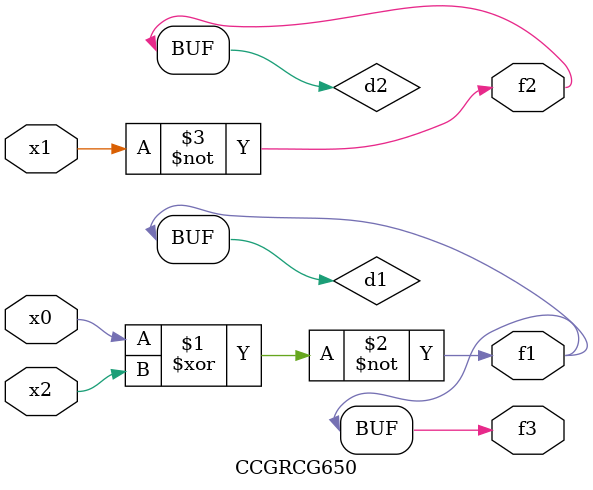
<source format=v>
module CCGRCG650(
	input x0, x1, x2,
	output f1, f2, f3
);

	wire d1, d2, d3;

	xnor (d1, x0, x2);
	nand (d2, x1);
	nor (d3, x1, x2);
	assign f1 = d1;
	assign f2 = d2;
	assign f3 = d1;
endmodule

</source>
